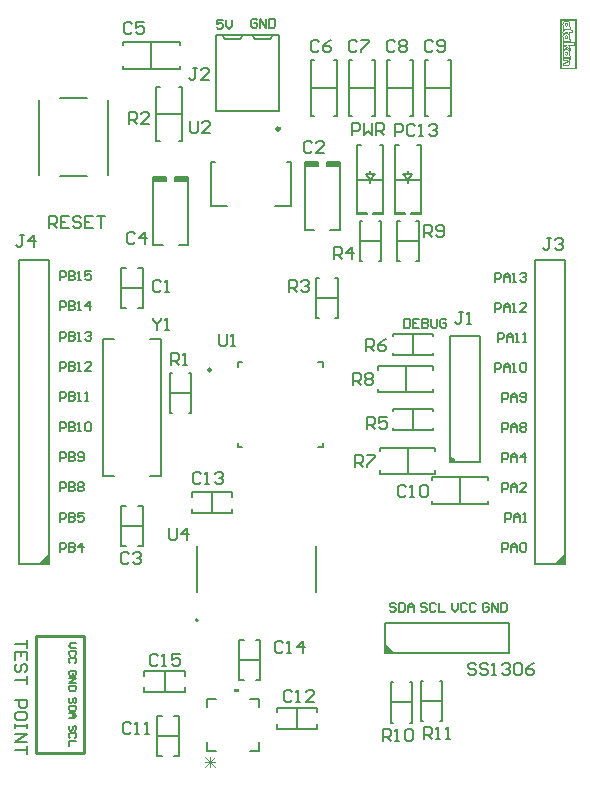
<source format=gto>
G04*
G04 #@! TF.GenerationSoftware,Altium Limited,Altium Designer,19.0.15 (446)*
G04*
G04 Layer_Color=65535*
%FSLAX25Y25*%
%MOIN*%
G70*
G01*
G75*
%ADD10C,0.00787*%
%ADD11C,0.00050*%
%ADD12C,0.01181*%
%ADD13C,0.00591*%
%ADD14C,0.01000*%
%ADD15C,0.00500*%
%ADD16C,0.00600*%
%ADD17C,0.00300*%
G36*
X129342Y302752D02*
Y306295D01*
X125799Y302752D01*
X129342D01*
D02*
G37*
G36*
X191180Y260097D02*
Y261097D01*
X192680D01*
Y260097D01*
X191180D01*
D02*
G37*
G36*
X241085Y273358D02*
X244628D01*
X241085Y276901D01*
Y273358D01*
D02*
G37*
G36*
X301242Y302752D02*
Y306295D01*
X297699Y302752D01*
X301242D01*
D02*
G37*
G36*
X168425Y431811D02*
X164094D01*
Y430630D01*
X168425D01*
Y431811D01*
D02*
G37*
G36*
X171498Y431791D02*
X175829D01*
Y430610D01*
X171498D01*
Y431791D01*
D02*
G37*
G36*
X218925Y436811D02*
X214595D01*
Y435630D01*
X218925D01*
Y436811D01*
D02*
G37*
G36*
X263100Y336976D02*
Y338315D01*
X263769D01*
X264557Y337528D01*
Y336976D01*
X263100D01*
D02*
G37*
G36*
X221998Y436791D02*
X226329D01*
Y435610D01*
X221998D01*
Y436791D01*
D02*
G37*
D10*
X264557Y336976D02*
G03*
X263218Y338315I-1339J0D01*
G01*
X179032Y284189D02*
G03*
X179032Y284189I-394J0D01*
G01*
X183358Y367571D02*
G03*
X183358Y367571I-591J0D01*
G01*
X263100Y338315D02*
X263218D01*
X263100Y336976D02*
Y379024D01*
X273100D01*
Y336976D02*
Y379024D01*
X263100Y336976D02*
X273100D01*
X184870Y453902D02*
X185264D01*
X184870D02*
Y479098D01*
X206130D01*
Y453902D02*
Y479098D01*
X185264Y453902D02*
X206130D01*
X188000Y478000D02*
X193000D01*
X194000Y479098D01*
X187000D02*
X188000Y478000D01*
X197000Y479098D02*
X198000Y478000D01*
X203000D02*
X204000Y479098D01*
X198000Y478000D02*
X203000D01*
X147453Y332311D02*
Y377783D01*
X166547Y332311D02*
Y377783D01*
X147453Y332311D02*
X151094D01*
X162906D02*
X166547D01*
X162906Y377783D02*
X166547D01*
X147453D02*
X151094D01*
X241203Y273200D02*
Y283200D01*
X282699D01*
Y273200D02*
Y283200D01*
X241203Y273200D02*
X282699D01*
X239845Y340550D02*
Y341731D01*
X257955D01*
Y340550D02*
Y341731D01*
Y333069D02*
Y334250D01*
X239845Y333069D02*
X257955D01*
X239845D02*
Y334250D01*
X248900Y333069D02*
Y341731D01*
X239139Y367573D02*
Y368755D01*
X257250D01*
Y367573D02*
Y368755D01*
Y360093D02*
Y361274D01*
X239139Y360093D02*
X257250D01*
X239139D02*
Y361274D01*
X248195Y360093D02*
Y368755D01*
X301400Y302870D02*
Y404405D01*
X291400D02*
X301400D01*
X291400Y302870D02*
Y404405D01*
Y302870D02*
X301400D01*
X172650Y462055D02*
X173831D01*
Y443945D02*
Y462055D01*
X172650Y443945D02*
X173831D01*
X165169D02*
X166350D01*
X165169D02*
Y462055D01*
X166350D01*
X165169Y453000D02*
X173831D01*
X126142Y432587D02*
Y457587D01*
X133142Y458087D02*
X142142D01*
X133142Y432087D02*
X142142D01*
X149142Y432587D02*
Y457587D01*
X175829Y430610D02*
Y431791D01*
X171498D02*
X175829D01*
X171498Y430610D02*
Y431791D01*
Y430610D02*
X175829D01*
Y409350D02*
Y430610D01*
X172679Y409350D02*
X175829D01*
X164094Y430630D02*
Y431811D01*
X168425D01*
Y430630D02*
Y431811D01*
X164094Y430630D02*
X168425D01*
X164094Y409370D02*
Y430630D01*
Y409370D02*
X167244D01*
X226329Y435610D02*
Y436791D01*
X221998D02*
X226329D01*
X221998Y435610D02*
Y436791D01*
Y435610D02*
X226329D01*
Y414350D02*
Y435610D01*
X223179Y414350D02*
X226329D01*
X214595Y435630D02*
Y436811D01*
X218925D01*
Y435630D02*
Y436811D01*
X214595Y435630D02*
X218925D01*
X214595Y414370D02*
Y435630D01*
Y414370D02*
X217744D01*
X129500Y302870D02*
Y404405D01*
X119500D02*
X129500D01*
X119500Y302870D02*
Y404405D01*
Y302870D02*
X129500D01*
D11*
X302944Y480032D02*
G03*
X302928Y479893I628J-139D01*
G01*
X302328Y479923D02*
G03*
X302310Y480051I-465J0D01*
G01*
X301488Y480065D02*
G03*
X301408Y480013I80J-212D01*
G01*
Y480013D02*
G03*
X301378Y479943I71J-71D01*
G01*
X300661Y480198D02*
G03*
X300685Y479923I950J-54D01*
G01*
X301465Y480911D02*
G03*
X301115Y480816I220J-1494D01*
G01*
X301362Y482708D02*
G03*
X301405Y482359I452J-122D01*
G01*
X301655Y483898D02*
G03*
X301040Y483604I138J-1080D01*
G01*
X302859Y483323D02*
G03*
X302357Y483786I-994J-575D01*
G01*
X303328Y480143D02*
G03*
X303096Y480135I0J-3597D01*
G01*
D02*
G03*
X302993Y480102I14J-221D01*
G01*
D02*
G03*
X302944Y480032I59J-95D01*
G01*
X302310Y480051D02*
G03*
X302255Y480114I-93J-27D01*
G01*
Y480114D02*
G03*
X302139Y480136I-110J-261D01*
G01*
D02*
G03*
X301853Y480123I154J-6858D01*
G01*
D02*
G03*
X301630Y480101I211J-3287D01*
G01*
D02*
G03*
X301488Y480065I84J-631D01*
G01*
X301893Y480943D02*
G03*
X301465Y480911I0J-2942D01*
G01*
X301893Y480943D02*
G03*
X302102Y480950I0J2967D01*
G01*
D02*
G03*
X302231Y480976I-35J502D01*
G01*
D02*
G03*
X302302Y481024I-55J160D01*
G01*
D02*
G03*
X302328Y481093I-77J69D01*
G01*
X302349Y481158D02*
G03*
X302328Y481093I94J-65D01*
G01*
X302403Y481205D02*
G03*
X302349Y481158I65J-130D01*
G01*
X302496Y481234D02*
G03*
X302403Y481205I40J-294D01*
G01*
X302628Y481243D02*
G03*
X302496Y481234I0J-987D01*
G01*
X302761D02*
G03*
X302628Y481243I-132J-978D01*
G01*
X302853Y481205D02*
G03*
X302761Y481234I-132J-265D01*
G01*
X302908Y481158D02*
G03*
X302853Y481205I-120J-83D01*
G01*
X302928Y481093D02*
G03*
X302908Y481158I-114J0D01*
G01*
X302928Y481093D02*
G03*
X302953Y481024I106J0D01*
G01*
X302954Y481024D02*
G03*
X303020Y480977I123J104D01*
G01*
Y480977D02*
G03*
X303140Y480951I155J414D01*
G01*
D02*
G03*
X303328Y480943I189J2324D01*
G01*
X302963Y482693D02*
G03*
X302859Y483323I-885J178D01*
G01*
X302963Y482693D02*
G03*
X302941Y482542I1383J-278D01*
G01*
D02*
G03*
X302926Y482327I5381J-488D01*
G01*
D02*
G03*
X302919Y482091I5982J-302D01*
G01*
D02*
G03*
X302921Y481868I4775J-53D01*
G01*
X302084Y482998D02*
G03*
X301926Y483092I-1079J-1647D01*
G01*
Y483092D02*
G03*
X301829Y483116I-98J-184D01*
G01*
D02*
G03*
X301731Y483092I-0J-209D01*
G01*
Y483092D02*
G03*
X301572Y482998I920J-1740D01*
G01*
Y482998D02*
G03*
X301362Y482708I276J-422D01*
G01*
X301405Y482359D02*
G03*
X301676Y482142I398J221D01*
G01*
D02*
G03*
X302029Y482174I136J470D01*
G01*
D02*
G03*
X302231Y482342I-251J506D01*
G01*
D02*
G03*
X302316Y482571I-345J258D01*
G01*
X302316D02*
G03*
X302262Y482808I-425J28D01*
G01*
X302262D02*
G03*
X302084Y482998I-478J-269D01*
G01*
X302357Y483786D02*
G03*
X301655Y483898I-542J-1144D01*
G01*
X301040Y483604D02*
G03*
X300810Y483326I1089J-1137D01*
G01*
X300861Y480664D02*
G03*
X300717Y480463I309J-372D01*
G01*
X300785Y482119D02*
G03*
X300756Y482025I581J-234D01*
G01*
X300821Y482143D02*
G03*
X300785Y482119I0J-39D01*
G01*
X300821Y482143D02*
G03*
X300845Y482165I0J24D01*
G01*
X300842Y482231D02*
G03*
X300814Y482328I-552J-106D01*
G01*
D02*
G03*
X300763Y482444I-1263J-489D01*
G01*
X300810Y483326D02*
G03*
X300685Y483036I775J-504D01*
G01*
X301115Y480816D02*
G03*
X300861Y480664I368J-902D01*
G01*
X300845Y482165D02*
G03*
X300842Y482231I-234J22D01*
G01*
X300717Y480463D02*
G03*
X300661Y480198I829J-315D01*
G01*
X300735Y481896D02*
G03*
X300729Y481743I1757J-153D01*
G01*
X300756Y482025D02*
G03*
X300735Y481896I912J-211D01*
G01*
X300671Y482740D02*
G03*
X300763Y482444I953J133D01*
G01*
X300685Y483036D02*
G03*
X300671Y482740I777J-186D01*
G01*
X301218Y479553D02*
G03*
X301040Y479404I1013J-1393D01*
G01*
X301943Y474372D02*
G03*
X301180Y474180I-87J-1268D01*
G01*
X301448Y473423D02*
G03*
X301333Y473178I283J-283D01*
G01*
D02*
G03*
X301381Y472877I610J-58D01*
G01*
X301362Y478508D02*
G03*
X301405Y478159I452J-122D01*
G01*
X301378Y479638D02*
G03*
X301218Y479553I221J-609D01*
G01*
X301344Y479833D02*
G03*
X301378Y479943I-158J110D01*
G01*
X301247Y479741D02*
G03*
X301344Y479833I-177J282D01*
G01*
X302866Y475265D02*
G03*
X302762Y475436I-646J-274D01*
G01*
X302914Y475076D02*
G03*
X302866Y475265I-650J-66D01*
G01*
X302928Y474790D02*
G03*
X302914Y475076I-2841J-0D01*
G01*
X302884Y472890D02*
G03*
X302835Y472757I1482J-619D01*
G01*
D02*
G03*
X302809Y472645I667J-212D01*
G01*
D02*
G03*
X302807Y472567I327J-47D01*
G01*
X302807D02*
G03*
X302834Y472543I26J2D01*
G01*
X302870Y472520D02*
G03*
X302834Y472543I-37J-18D01*
G01*
X302901Y472440D02*
G03*
X302870Y472520I-423J-115D01*
G01*
X302922Y472327D02*
G03*
X302901Y472440I-706J-73D01*
G01*
X302928Y472193D02*
G03*
X302922Y472327I-1311J-0D01*
G01*
X302654Y474071D02*
G03*
X301943Y474372I-793J-881D01*
G01*
X302879Y473812D02*
G03*
X302654Y474071I-1163J-784D01*
G01*
X302990Y473544D02*
G03*
X302879Y473812I-714J-139D01*
G01*
X302991Y473244D02*
G03*
X302990Y473544I-775J149D01*
G01*
X302884Y472890D02*
G03*
X302991Y473244I-1665J696D01*
G01*
X302208Y473423D02*
G03*
X302144Y473469I-171J-171D01*
G01*
D02*
G03*
X302047Y473508I-306J-625D01*
G01*
D02*
G03*
X301937Y473534I-240J-759D01*
G01*
D02*
G03*
X301829Y473543I-108J-659D01*
G01*
X301829D02*
G03*
X301720Y473534I0J-668D01*
G01*
D02*
G03*
X301610Y473508I129J-786D01*
G01*
D02*
G03*
X301513Y473469I210J-664D01*
G01*
D02*
G03*
X301448Y473423I106J-217D01*
G01*
X301381Y472877D02*
G03*
X301568Y472633I575J248D01*
G01*
D02*
G03*
X301829Y472543I261J331D01*
G01*
D02*
G03*
X302089Y472633I0J421D01*
G01*
D02*
G03*
X302276Y472877I-388J492D01*
G01*
D02*
G03*
X302324Y473178I-563J243D01*
G01*
D02*
G03*
X302208Y473423I-398J-38D01*
G01*
X302762Y475436D02*
G03*
X302558Y475664I-2740J-2249D01*
G01*
X302809Y479187D02*
G03*
X302677Y479344I-1263J-927D01*
G01*
X302894Y479039D02*
G03*
X302809Y479187I-711J-311D01*
G01*
X302940Y478887D02*
G03*
X302894Y479039I-642J-108D01*
G01*
X302950Y478719D02*
G03*
X302940Y478887I-812J32D01*
G01*
X302950Y478719D02*
G03*
X302945Y478552I9211J-366D01*
G01*
X302945D02*
G03*
X302941Y478305I41569J-893D01*
G01*
D02*
G03*
X302937Y478031I46351J-721D01*
G01*
D02*
G03*
X302936Y477768I39450J-382D01*
G01*
X302084Y478798D02*
G03*
X301926Y478892I-1079J-1647D01*
G01*
Y478892D02*
G03*
X301829Y478916I-98J-184D01*
G01*
D02*
G03*
X301731Y478892I-0J-209D01*
G01*
Y478892D02*
G03*
X301572Y478798I920J-1740D01*
G01*
Y478798D02*
G03*
X301362Y478508I276J-422D01*
G01*
X301405Y478159D02*
G03*
X301676Y477942I398J221D01*
G01*
D02*
G03*
X302029Y477974I136J470D01*
G01*
D02*
G03*
X302231Y478142I-251J506D01*
G01*
D02*
G03*
X302316Y478371I-345J258D01*
G01*
X302316D02*
G03*
X302262Y478608I-425J28D01*
G01*
X302262D02*
G03*
X302084Y478798I-478J-269D01*
G01*
X300911Y475354D02*
G03*
X300797Y475175I579J-496D01*
G01*
X301180Y474180D02*
G03*
X300720Y473595I588J-935D01*
G01*
X300797Y475175D02*
G03*
X300744Y474984I564J-258D01*
G01*
X300789Y472520D02*
G03*
X300757Y472440I372J-193D01*
G01*
X300827Y472543D02*
G03*
X300789Y472520I0J-43D01*
G01*
X300827Y472543D02*
G03*
X300853Y472567I0J26D01*
G01*
X300849Y472643D02*
G03*
X300818Y472752I-656J-123D01*
G01*
X300818D02*
G03*
X300763Y472882I-1482J-550D01*
G01*
X301040Y479404D02*
G03*
X300810Y479126I1089J-1137D01*
G01*
X300785Y477919D02*
G03*
X300756Y477825I581J-234D01*
G01*
X300821Y477943D02*
G03*
X300785Y477919I0J-39D01*
G01*
X300821Y477943D02*
G03*
X300845Y477965I0J24D01*
G01*
X300842Y478031D02*
G03*
X300814Y478128I-552J-106D01*
G01*
D02*
G03*
X300763Y478244I-1263J-489D01*
G01*
X300810Y479126D02*
G03*
X300685Y478836I775J-504D01*
G01*
X301149Y475614D02*
G03*
X300911Y475354I3706J-3637D01*
G01*
X300853Y472567D02*
G03*
X300849Y472643I-293J21D01*
G01*
X300744Y474984D02*
G03*
X300729Y474692I2712J-291D01*
G01*
X300736Y472327D02*
G03*
X300729Y472193I1257J-134D01*
G01*
X300757Y472440D02*
G03*
X300736Y472327I662J-186D01*
G01*
X300720Y473595D02*
G03*
X300763Y472882I904J-302D01*
G01*
X300845Y477965D02*
G03*
X300842Y478031I-234J22D01*
G01*
X300735Y477696D02*
G03*
X300729Y477543I1757J-153D01*
G01*
X300756Y477825D02*
G03*
X300735Y477696I912J-211D01*
G01*
X300671Y478541D02*
G03*
X300763Y478244I953J133D01*
G01*
X300685Y478836D02*
G03*
X300671Y478541I777J-186D01*
G01*
X302917Y479764D02*
G03*
X302928Y479893I-692J129D01*
G01*
X302877Y479691D02*
G03*
X302917Y479764I-90J97D01*
G01*
X302799Y479654D02*
G03*
X302877Y479691I-22J145D01*
G01*
X302660Y479643D02*
G03*
X302799Y479654I0J908D01*
G01*
X301565Y479680D02*
G03*
X301378Y479638I71J-753D01*
G01*
X301835Y479693D02*
G03*
X301565Y479680I0J-2858D01*
G01*
X301835Y479693D02*
G03*
X302127Y479699I-0J6640D01*
G01*
D02*
G03*
X302250Y479730I-14J325D01*
G01*
X302250D02*
G03*
X302309Y479797I-47J101D01*
G01*
X302309D02*
G03*
X302328Y479923I-398J127D01*
G01*
X300776Y479718D02*
G03*
X300911Y479650I129J88D01*
G01*
D02*
G03*
X301098Y479677I-39J925D01*
G01*
D02*
G03*
X301247Y479741I-126J504D01*
G01*
X300685Y479923D02*
G03*
X300776Y479718I603J144D01*
G01*
X302510Y469205D02*
G03*
X302631Y469244I-52J362D01*
G01*
X302245Y469173D02*
G03*
X302510Y469205I-546J5641D01*
G01*
X301927Y469150D02*
G03*
X302245Y469173I-261J6008D01*
G01*
X301585Y469143D02*
G03*
X301927Y469150I-0J7889D01*
G01*
X302711Y469309D02*
G03*
X302795Y469425I-752J632D01*
G01*
X302631Y469244D02*
G03*
X302711Y469309I-128J240D01*
G01*
X302870Y469569D02*
G03*
X302923Y469719I-1021J449D01*
G01*
X302795Y469425D02*
G03*
X302870Y469569I-997J614D01*
G01*
X301493Y469964D02*
G03*
X301878Y469986I-372J9746D01*
G01*
Y469986D02*
G03*
X302118Y470023I-129J1658D01*
G01*
Y470022D02*
G03*
X302272Y470078I-148J649D01*
G01*
Y470078D02*
G03*
X302364Y470162I-106J208D01*
G01*
D02*
G03*
X302405Y470255I-302J190D01*
G01*
X302405D02*
G03*
X302408Y470339I-169J48D01*
G01*
X302408D02*
G03*
X302370Y470428I-245J-52D01*
G01*
D02*
G03*
X302284Y470537I-837J-570D01*
G01*
D02*
G03*
X302156Y470642I-410J-371D01*
G01*
D02*
G03*
X302002Y470704I-279J-472D01*
G01*
D02*
G03*
X301781Y470735I-276J-1167D01*
G01*
D02*
G03*
X301413Y470743I-368J-8060D01*
G01*
X302922Y470990D02*
G03*
X302928Y471143I-1724J153D01*
G01*
X302901Y470860D02*
G03*
X302922Y470990I-896J211D01*
G01*
X302871Y470767D02*
G03*
X302901Y470860I-563J233D01*
G01*
X302834Y470743D02*
G03*
X302871Y470767I0J40D01*
G01*
X302834Y470743D02*
G03*
X302810Y470722I0J-25D01*
G01*
D02*
G03*
X302810Y470662I175J-28D01*
G01*
D02*
G03*
X302835Y470573I453J81D01*
G01*
X302835D02*
G03*
X302884Y470468I1055J420D01*
G01*
X302990Y470253D02*
G03*
X302884Y470468I-4492J-2073D01*
G01*
X303016Y470145D02*
G03*
X302990Y470253I-294J-16D01*
G01*
X303005Y470025D02*
G03*
X303016Y470145I-389J98D01*
G01*
X302923Y469719D02*
G03*
X303005Y470025I-12676J3520D01*
G01*
X302328Y484543D02*
X304928D01*
X302379Y484343D02*
X304729D01*
X302578Y476843D02*
X304429D01*
X303308Y476043D02*
X304429D01*
X302354Y468166D02*
X304928Y468140D01*
X302379Y468343D02*
X304729D01*
X304928Y476341D02*
Y484543D01*
X304729Y476343D02*
Y484343D01*
X299727Y484543D02*
X299753Y476368D01*
X300028Y476343D02*
Y484343D01*
X304928Y468140D02*
Y476341D01*
X304729Y468343D02*
Y476343D01*
X299753Y476368D02*
X299779Y468193D01*
X300028Y468343D02*
Y476343D01*
X302928Y471843D02*
Y472193D01*
X300729Y471843D02*
Y472193D01*
X304429Y476443D02*
Y476843D01*
Y476043D02*
Y476443D01*
X300729Y481343D02*
X301834D01*
X299727Y484543D02*
X302328D01*
X300028Y484343D02*
X302379D01*
X303328Y480943D02*
X303729D01*
Y480543D02*
Y480943D01*
Y480143D02*
Y480543D01*
X303328Y480143D02*
X303729D01*
X302921Y481868D02*
X302940Y481343D01*
X301834D02*
X302940D01*
X300729D02*
Y481743D01*
X302391Y479643D02*
X302677Y479344D01*
X300729Y474199D02*
X301306Y474770D01*
X300729Y476843D02*
X302578D01*
X300729Y477143D02*
X301831D01*
X301306Y474770D02*
X301883Y475341D01*
X301149Y475614D02*
X301570Y476043D01*
X301149D02*
X301570D01*
X302934Y477143D02*
X302936Y477768D01*
X301883Y475341D02*
X302406Y474818D01*
X302928Y474295D02*
Y474790D01*
X302406Y474818D02*
X302928Y474295D01*
X302188Y476043D02*
X303308D01*
X302188D02*
X302558Y475664D01*
X301831Y477143D02*
X302934D01*
X300729D02*
Y477543D01*
Y476043D02*
X301149D01*
X300729Y474199D02*
Y474692D01*
Y476043D02*
Y476443D01*
Y476843D01*
X302391Y479643D02*
X302660D01*
X302928Y471143D02*
Y471543D01*
X300729Y471143D02*
Y471543D01*
X299779Y468193D02*
X302354Y468166D01*
X300028Y468343D02*
X302379D01*
X300729Y469143D02*
X301585D01*
X300729Y469935D02*
X301493Y469964D01*
X300729Y470743D02*
X301413D01*
X300729Y471843D02*
X301829D01*
X300729Y471543D02*
X301829D01*
X300729Y469143D02*
Y469539D01*
Y469935D01*
Y470743D02*
Y471143D01*
X301829Y471843D02*
X302928D01*
X301829Y471543D02*
X302928D01*
D12*
X206122Y448004D02*
G03*
X206122Y448004I-394J0D01*
G01*
D13*
X153457Y388197D02*
X155032D01*
X153457D02*
Y401583D01*
X155032D01*
X158968D02*
X160543D01*
Y388197D02*
Y401583D01*
X158968Y388197D02*
X160543D01*
X153457Y394890D02*
X160543D01*
X170968Y252193D02*
X172543D01*
Y238807D02*
Y252193D01*
X170968Y238807D02*
X172543D01*
X165457D02*
X167032D01*
X165457D02*
Y252193D01*
X167032D01*
X165457Y245500D02*
X172543D01*
X192697Y271000D02*
X199784D01*
X198209Y264307D02*
X199784D01*
Y277693D01*
X198209D02*
X199784D01*
X192697D02*
X194272D01*
X192697Y264307D02*
Y277693D01*
Y264307D02*
X194272D01*
X167850Y260197D02*
Y267284D01*
X174543Y265709D02*
Y267284D01*
X161158D02*
X174543D01*
X161158Y265709D02*
Y267284D01*
Y260197D02*
Y261772D01*
Y260197D02*
X174543D01*
Y261772D01*
X224803Y398138D02*
X225590D01*
Y384752D02*
Y398138D01*
X224803Y384752D02*
X225590D01*
X218504Y398138D02*
X219291D01*
X218504Y384752D02*
Y398138D01*
Y384752D02*
X219291D01*
X218504Y391445D02*
X225590D01*
X243962Y353832D02*
Y354619D01*
X257348D01*
Y353832D02*
Y354619D01*
X243962Y347533D02*
Y348320D01*
Y347533D02*
X257348D01*
Y348320D01*
X250655Y347533D02*
Y354619D01*
X243962Y378756D02*
Y379543D01*
X257348D01*
Y378756D02*
Y379543D01*
X243962Y372457D02*
Y373244D01*
Y372457D02*
X257348D01*
Y373244D01*
X250655Y372457D02*
Y379543D01*
X257041Y323071D02*
Y324055D01*
Y323071D02*
X275742D01*
Y324055D01*
Y330945D02*
Y331929D01*
X257041D02*
X275742D01*
X257041Y330945D02*
Y331929D01*
X266391Y323071D02*
Y331929D01*
X153457Y315650D02*
X160543D01*
X153457Y322342D02*
X155032D01*
X153457Y308957D02*
Y322342D01*
Y308957D02*
X155032D01*
X158968D02*
X160543D01*
Y322342D01*
X158968D02*
X160543D01*
X251756Y417248D02*
X252543D01*
Y403862D02*
Y417248D01*
X251756Y403862D02*
X252543D01*
X245457Y417248D02*
X246244D01*
X245457Y403862D02*
Y417248D01*
Y403862D02*
X246244D01*
X245457Y410555D02*
X252543D01*
X239256Y417248D02*
X240043D01*
Y403862D02*
Y417248D01*
X239256Y403862D02*
X240043D01*
X232957Y417248D02*
X233744D01*
X232957Y403862D02*
Y417248D01*
Y403862D02*
X233744D01*
X232957Y410555D02*
X240043D01*
X237500Y419500D02*
Y420000D01*
Y419500D02*
X240831D01*
Y420000D01*
X235500Y419500D02*
Y420000D01*
X232169Y419500D02*
X235500D01*
X232169D02*
Y420000D01*
X235000Y433000D02*
X238000D01*
X236500D02*
Y434000D01*
Y430000D02*
Y431000D01*
X235000Y433000D02*
X236500Y431000D01*
X238000Y433000D01*
X232169Y431000D02*
X240831D01*
X232169Y442500D02*
X233350D01*
X232169Y420000D02*
Y442500D01*
Y420000D02*
X235500D01*
X237500D02*
X240831D01*
Y442500D01*
X239650D02*
X240831D01*
X250000Y419413D02*
Y419913D01*
Y419413D02*
X253331D01*
Y419913D01*
X248000Y419413D02*
Y419913D01*
X244669Y419413D02*
X248000D01*
X244669D02*
Y419913D01*
X247500Y432913D02*
X250500D01*
X249000D02*
Y433913D01*
Y429913D02*
Y430913D01*
X247500Y432913D02*
X249000Y430913D01*
X250500Y432913D01*
X244669Y430913D02*
X253331D01*
X244669Y442413D02*
X245850D01*
X244669Y419913D02*
Y442413D01*
Y419913D02*
X248000D01*
X250000D02*
X253331D01*
Y442413D01*
X252150D02*
X253331D01*
X212150Y247957D02*
Y255043D01*
X205457Y247957D02*
Y249532D01*
Y247957D02*
X218843D01*
Y249532D01*
Y253468D02*
Y255043D01*
X205457D02*
X218843D01*
X205457Y253468D02*
Y255043D01*
X253246Y250507D02*
X254034D01*
X253246D02*
Y263893D01*
X254034D01*
X259546Y250507D02*
X260333D01*
Y263893D01*
X259546D02*
X260333D01*
X253246Y257200D02*
X260333D01*
X243290Y250062D02*
X244077D01*
X243290D02*
Y263448D01*
X244077D01*
X249589Y250062D02*
X250376D01*
Y263448D01*
X249589D02*
X250376D01*
X243290Y256755D02*
X250376D01*
X169657Y353207D02*
X170444D01*
X169657D02*
Y366593D01*
X170444D01*
X175956Y353207D02*
X176743D01*
Y366593D01*
X175956D02*
X176743D01*
X169657Y359900D02*
X176743D01*
X172850Y475945D02*
Y476929D01*
X154150D02*
X172850D01*
X154150Y475945D02*
Y476929D01*
Y468071D02*
Y469055D01*
Y468071D02*
X172850D01*
Y469055D01*
X163500Y468071D02*
Y476929D01*
X254571Y470850D02*
X255555D01*
X254571Y452150D02*
Y470850D01*
Y452150D02*
X255555D01*
X262445D02*
X263429D01*
Y470850D01*
X262445D02*
X263429D01*
X254571Y461500D02*
X263429D01*
X241904Y470850D02*
X242888D01*
X241904Y452150D02*
Y470850D01*
Y452150D02*
X242888D01*
X249778D02*
X250762D01*
Y470850D01*
X249778D02*
X250762D01*
X241904Y461500D02*
X250762D01*
X229238Y470850D02*
X230222D01*
X229238Y452150D02*
Y470850D01*
Y452150D02*
X230222D01*
X237111D02*
X238096D01*
Y470850D01*
X237111D02*
X238096D01*
X229238Y461500D02*
X238096D01*
X216571Y470850D02*
X217555D01*
X216571Y452150D02*
Y470850D01*
Y452150D02*
X217555D01*
X224445D02*
X225429D01*
Y470850D01*
X224445D02*
X225429D01*
X216571Y461500D02*
X225429D01*
X183696Y319820D02*
Y326907D01*
X177004Y319820D02*
Y321395D01*
Y319820D02*
X190389D01*
Y321395D01*
Y325332D02*
Y326907D01*
X177004D02*
X190389D01*
X177004Y325332D02*
Y326907D01*
D14*
X125000Y240000D02*
Y240500D01*
Y240000D02*
X141000D01*
Y267000D02*
Y279000D01*
X125000D02*
X141000D01*
X125000Y240500D02*
Y279000D01*
X141000Y240000D02*
Y267000D01*
D15*
X218441Y293657D02*
Y309012D01*
X178559Y293657D02*
Y309012D01*
X192217Y370130D02*
X193752D01*
X192217Y368595D02*
Y370130D01*
Y341783D02*
Y343319D01*
Y341783D02*
X193752D01*
X219028D02*
X220563D01*
Y343319D01*
Y368595D02*
Y370130D01*
X219028D02*
X220563D01*
X204744Y422200D02*
X209862D01*
Y436800D01*
X208681D02*
X209862D01*
X183484Y422200D02*
X188602D01*
X183484Y436800D02*
X184665D01*
X183484Y422200D02*
Y436800D01*
X247800Y384599D02*
Y381600D01*
X249300D01*
X249799Y382100D01*
Y384099D01*
X249300Y384599D01*
X247800D01*
X252798D02*
X250799D01*
Y381600D01*
X252798D01*
X250799Y383100D02*
X251799D01*
X253798Y384599D02*
Y381600D01*
X255298D01*
X255797Y382100D01*
Y382600D01*
X255298Y383100D01*
X253798D01*
X255298D01*
X255797Y383599D01*
Y384099D01*
X255298Y384599D01*
X253798D01*
X256797D02*
Y382100D01*
X257297Y381600D01*
X258297D01*
X258796Y382100D01*
Y384599D01*
X261795Y384099D02*
X261296Y384599D01*
X260296D01*
X259796Y384099D01*
Y382100D01*
X260296Y381600D01*
X261296D01*
X261795Y382100D01*
Y383100D01*
X260796D01*
X198699Y484099D02*
X198199Y484599D01*
X197200D01*
X196700Y484099D01*
Y482100D01*
X197200Y481600D01*
X198199D01*
X198699Y482100D01*
Y483100D01*
X197700D01*
X199699Y481600D02*
Y484599D01*
X201698Y481600D01*
Y484599D01*
X202698D02*
Y481600D01*
X204198D01*
X204697Y482100D01*
Y484099D01*
X204198Y484599D01*
X202698D01*
X187263Y484299D02*
X185264D01*
Y482799D01*
X186264Y483299D01*
X186763D01*
X187263Y482799D01*
Y481800D01*
X186763Y481300D01*
X185764D01*
X185264Y481800D01*
X188263Y484299D02*
Y482300D01*
X189262Y481300D01*
X190262Y482300D01*
Y484299D01*
X133000Y397500D02*
Y400499D01*
X134500D01*
X134999Y399999D01*
Y399000D01*
X134500Y398500D01*
X133000D01*
X135999Y400499D02*
Y397500D01*
X137499D01*
X137998Y398000D01*
Y398500D01*
X137499Y399000D01*
X135999D01*
X137499D01*
X137998Y399499D01*
Y399999D01*
X137499Y400499D01*
X135999D01*
X138998Y397500D02*
X139998D01*
X139498D01*
Y400499D01*
X138998Y399999D01*
X143497Y400499D02*
X141497D01*
Y399000D01*
X142497Y399499D01*
X142997D01*
X143497Y399000D01*
Y398000D01*
X142997Y397500D01*
X141997D01*
X141497Y398000D01*
X133000Y307000D02*
Y309999D01*
X134500D01*
X134999Y309499D01*
Y308500D01*
X134500Y308000D01*
X133000D01*
X135999Y309999D02*
Y307000D01*
X137499D01*
X137998Y307500D01*
Y308000D01*
X137499Y308500D01*
X135999D01*
X137499D01*
X137998Y308999D01*
Y309499D01*
X137499Y309999D01*
X135999D01*
X140498Y307000D02*
Y309999D01*
X138998Y308500D01*
X140997D01*
X133000Y317056D02*
Y320055D01*
X134500D01*
X134999Y319555D01*
Y318555D01*
X134500Y318055D01*
X133000D01*
X135999Y320055D02*
Y317056D01*
X137499D01*
X137998Y317555D01*
Y318055D01*
X137499Y318555D01*
X135999D01*
X137499D01*
X137998Y319055D01*
Y319555D01*
X137499Y320055D01*
X135999D01*
X140997D02*
X138998D01*
Y318555D01*
X139998Y319055D01*
X140498D01*
X140997Y318555D01*
Y317555D01*
X140498Y317056D01*
X139498D01*
X138998Y317555D01*
X133000Y327111D02*
Y330110D01*
X134500D01*
X134999Y329610D01*
Y328611D01*
X134500Y328111D01*
X133000D01*
X135999Y330110D02*
Y327111D01*
X137499D01*
X137998Y327611D01*
Y328111D01*
X137499Y328611D01*
X135999D01*
X137499D01*
X137998Y329110D01*
Y329610D01*
X137499Y330110D01*
X135999D01*
X138998Y329610D02*
X139498Y330110D01*
X140498D01*
X140997Y329610D01*
Y329110D01*
X140498Y328611D01*
X140997Y328111D01*
Y327611D01*
X140498Y327111D01*
X139498D01*
X138998Y327611D01*
Y328111D01*
X139498Y328611D01*
X138998Y329110D01*
Y329610D01*
X139498Y328611D02*
X140498D01*
X133000Y337167D02*
Y340166D01*
X134500D01*
X134999Y339666D01*
Y338666D01*
X134500Y338166D01*
X133000D01*
X135999Y340166D02*
Y337167D01*
X137499D01*
X137998Y337667D01*
Y338166D01*
X137499Y338666D01*
X135999D01*
X137499D01*
X137998Y339166D01*
Y339666D01*
X137499Y340166D01*
X135999D01*
X138998Y337667D02*
X139498Y337167D01*
X140498D01*
X140997Y337667D01*
Y339666D01*
X140498Y340166D01*
X139498D01*
X138998Y339666D01*
Y339166D01*
X139498Y338666D01*
X140997D01*
X133000Y347222D02*
Y350221D01*
X134500D01*
X134999Y349721D01*
Y348722D01*
X134500Y348222D01*
X133000D01*
X135999Y350221D02*
Y347222D01*
X137499D01*
X137998Y347722D01*
Y348222D01*
X137499Y348722D01*
X135999D01*
X137499D01*
X137998Y349221D01*
Y349721D01*
X137499Y350221D01*
X135999D01*
X138998Y347222D02*
X139998D01*
X139498D01*
Y350221D01*
X138998Y349721D01*
X141497D02*
X141997Y350221D01*
X142997D01*
X143497Y349721D01*
Y347722D01*
X142997Y347222D01*
X141997D01*
X141497Y347722D01*
Y349721D01*
X133000Y357278D02*
Y360277D01*
X134500D01*
X134999Y359777D01*
Y358777D01*
X134500Y358277D01*
X133000D01*
X135999Y360277D02*
Y357278D01*
X137499D01*
X137998Y357778D01*
Y358277D01*
X137499Y358777D01*
X135999D01*
X137499D01*
X137998Y359277D01*
Y359777D01*
X137499Y360277D01*
X135999D01*
X138998Y357278D02*
X139998D01*
X139498D01*
Y360277D01*
X138998Y359777D01*
X141497Y357278D02*
X142497D01*
X141997D01*
Y360277D01*
X141497Y359777D01*
X133000Y367333D02*
Y370332D01*
X134500D01*
X134999Y369832D01*
Y368833D01*
X134500Y368333D01*
X133000D01*
X135999Y370332D02*
Y367333D01*
X137499D01*
X137998Y367833D01*
Y368333D01*
X137499Y368833D01*
X135999D01*
X137499D01*
X137998Y369333D01*
Y369832D01*
X137499Y370332D01*
X135999D01*
X138998Y367333D02*
X139998D01*
X139498D01*
Y370332D01*
X138998Y369832D01*
X143497Y367333D02*
X141497D01*
X143497Y369333D01*
Y369832D01*
X142997Y370332D01*
X141997D01*
X141497Y369832D01*
X133000Y377389D02*
Y380388D01*
X134500D01*
X134999Y379888D01*
Y378888D01*
X134500Y378389D01*
X133000D01*
X135999Y380388D02*
Y377389D01*
X137499D01*
X137998Y377889D01*
Y378389D01*
X137499Y378888D01*
X135999D01*
X137499D01*
X137998Y379388D01*
Y379888D01*
X137499Y380388D01*
X135999D01*
X138998Y377389D02*
X139998D01*
X139498D01*
Y380388D01*
X138998Y379888D01*
X141497D02*
X141997Y380388D01*
X142997D01*
X143497Y379888D01*
Y379388D01*
X142997Y378888D01*
X142497D01*
X142997D01*
X143497Y378389D01*
Y377889D01*
X142997Y377389D01*
X141997D01*
X141497Y377889D01*
X133000Y387444D02*
Y390443D01*
X134500D01*
X134999Y389944D01*
Y388944D01*
X134500Y388444D01*
X133000D01*
X135999Y390443D02*
Y387444D01*
X137499D01*
X137998Y387944D01*
Y388444D01*
X137499Y388944D01*
X135999D01*
X137499D01*
X137998Y389444D01*
Y389944D01*
X137499Y390443D01*
X135999D01*
X138998Y387444D02*
X139998D01*
X139498D01*
Y390443D01*
X138998Y389944D01*
X142997Y387444D02*
Y390443D01*
X141497Y388944D01*
X143497D01*
X280500Y307000D02*
Y309999D01*
X281999D01*
X282499Y309499D01*
Y308500D01*
X281999Y308000D01*
X280500D01*
X283499Y307000D02*
Y308999D01*
X284499Y309999D01*
X285498Y308999D01*
Y307000D01*
Y308500D01*
X283499D01*
X286498Y309499D02*
X286998Y309999D01*
X287998D01*
X288497Y309499D01*
Y307500D01*
X287998Y307000D01*
X286998D01*
X286498Y307500D01*
Y309499D01*
X281500Y317000D02*
Y319999D01*
X282999D01*
X283499Y319499D01*
Y318499D01*
X282999Y318000D01*
X281500D01*
X284499Y317000D02*
Y318999D01*
X285498Y319999D01*
X286498Y318999D01*
Y317000D01*
Y318499D01*
X284499D01*
X287498Y317000D02*
X288497D01*
X287998D01*
Y319999D01*
X287498Y319499D01*
X280500Y327000D02*
Y329999D01*
X281999D01*
X282499Y329499D01*
Y328500D01*
X281999Y328000D01*
X280500D01*
X283499Y327000D02*
Y328999D01*
X284499Y329999D01*
X285498Y328999D01*
Y327000D01*
Y328500D01*
X283499D01*
X288497Y327000D02*
X286498D01*
X288497Y328999D01*
Y329499D01*
X287998Y329999D01*
X286998D01*
X286498Y329499D01*
X280500Y337000D02*
Y339999D01*
X281999D01*
X282499Y339499D01*
Y338499D01*
X281999Y338000D01*
X280500D01*
X283499Y337000D02*
Y338999D01*
X284499Y339999D01*
X285498Y338999D01*
Y337000D01*
Y338499D01*
X283499D01*
X287998Y337000D02*
Y339999D01*
X286498Y338499D01*
X288497D01*
X280500Y347000D02*
Y349999D01*
X281999D01*
X282499Y349499D01*
Y348499D01*
X281999Y348000D01*
X280500D01*
X283499Y347000D02*
Y348999D01*
X284499Y349999D01*
X285498Y348999D01*
Y347000D01*
Y348499D01*
X283499D01*
X286498Y349499D02*
X286998Y349999D01*
X287998D01*
X288497Y349499D01*
Y348999D01*
X287998Y348499D01*
X288497Y348000D01*
Y347500D01*
X287998Y347000D01*
X286998D01*
X286498Y347500D01*
Y348000D01*
X286998Y348499D01*
X286498Y348999D01*
Y349499D01*
X286998Y348499D02*
X287998D01*
X280500Y357000D02*
Y359999D01*
X281999D01*
X282499Y359499D01*
Y358500D01*
X281999Y358000D01*
X280500D01*
X283499Y357000D02*
Y358999D01*
X284499Y359999D01*
X285498Y358999D01*
Y357000D01*
Y358500D01*
X283499D01*
X286498Y357500D02*
X286998Y357000D01*
X287998D01*
X288497Y357500D01*
Y359499D01*
X287998Y359999D01*
X286998D01*
X286498Y359499D01*
Y358999D01*
X286998Y358500D01*
X288497D01*
X278001Y367000D02*
Y369999D01*
X279500D01*
X280000Y369499D01*
Y368499D01*
X279500Y368000D01*
X278001D01*
X281000Y367000D02*
Y368999D01*
X281999Y369999D01*
X282999Y368999D01*
Y367000D01*
Y368499D01*
X281000D01*
X283999Y367000D02*
X284998D01*
X284499D01*
Y369999D01*
X283999Y369499D01*
X286498D02*
X286998Y369999D01*
X287998D01*
X288497Y369499D01*
Y367500D01*
X287998Y367000D01*
X286998D01*
X286498Y367500D01*
Y369499D01*
X279000Y377000D02*
Y379999D01*
X280500D01*
X281000Y379499D01*
Y378500D01*
X280500Y378000D01*
X279000D01*
X281999Y377000D02*
Y378999D01*
X282999Y379999D01*
X283999Y378999D01*
Y377000D01*
Y378500D01*
X281999D01*
X284998Y377000D02*
X285998D01*
X285498D01*
Y379999D01*
X284998Y379499D01*
X287498Y377000D02*
X288497D01*
X287998D01*
Y379999D01*
X287498Y379499D01*
X278001Y387000D02*
Y389999D01*
X279500D01*
X280000Y389499D01*
Y388499D01*
X279500Y388000D01*
X278001D01*
X281000Y387000D02*
Y388999D01*
X281999Y389999D01*
X282999Y388999D01*
Y387000D01*
Y388499D01*
X281000D01*
X283999Y387000D02*
X284998D01*
X284499D01*
Y389999D01*
X283999Y389499D01*
X288497Y387000D02*
X286498D01*
X288497Y388999D01*
Y389499D01*
X287998Y389999D01*
X286998D01*
X286498Y389499D01*
X278001Y397000D02*
Y399999D01*
X279500D01*
X280000Y399499D01*
Y398499D01*
X279500Y398000D01*
X278001D01*
X281000Y397000D02*
Y398999D01*
X281999Y399999D01*
X282999Y398999D01*
Y397000D01*
Y398499D01*
X281000D01*
X283999Y397000D02*
X284998D01*
X284499D01*
Y399999D01*
X283999Y399499D01*
X286498D02*
X286998Y399999D01*
X287998D01*
X288497Y399499D01*
Y398999D01*
X287998Y398499D01*
X287498D01*
X287998D01*
X288497Y398000D01*
Y397500D01*
X287998Y397000D01*
X286998D01*
X286498Y397500D01*
X275999Y289499D02*
X275500Y289999D01*
X274500D01*
X274000Y289499D01*
Y287500D01*
X274500Y287000D01*
X275500D01*
X275999Y287500D01*
Y288499D01*
X275000D01*
X276999Y287000D02*
Y289999D01*
X278998Y287000D01*
Y289999D01*
X279998D02*
Y287000D01*
X281498D01*
X281997Y287500D01*
Y289499D01*
X281498Y289999D01*
X279998D01*
X255333Y289499D02*
X254833Y289999D01*
X253833D01*
X253333Y289499D01*
Y288999D01*
X253833Y288499D01*
X254833D01*
X255333Y288000D01*
Y287500D01*
X254833Y287000D01*
X253833D01*
X253333Y287500D01*
X258332Y289499D02*
X257832Y289999D01*
X256832D01*
X256332Y289499D01*
Y287500D01*
X256832Y287000D01*
X257832D01*
X258332Y287500D01*
X259331Y289999D02*
Y287000D01*
X261331D01*
X244999Y289499D02*
X244499Y289999D01*
X243500D01*
X243000Y289499D01*
Y288999D01*
X243500Y288499D01*
X244499D01*
X244999Y288000D01*
Y287500D01*
X244499Y287000D01*
X243500D01*
X243000Y287500D01*
X245999Y289999D02*
Y287000D01*
X247498D01*
X247998Y287500D01*
Y289499D01*
X247498Y289999D01*
X245999D01*
X248998Y287000D02*
Y288999D01*
X249998Y289999D01*
X250997Y288999D01*
Y287000D01*
Y288499D01*
X248998D01*
X263667Y289999D02*
Y288000D01*
X264666Y287000D01*
X265666Y288000D01*
Y289999D01*
X268665Y289499D02*
X268165Y289999D01*
X267165D01*
X266666Y289499D01*
Y287500D01*
X267165Y287000D01*
X268165D01*
X268665Y287500D01*
X271664Y289499D02*
X271164Y289999D01*
X270165D01*
X269665Y289499D01*
Y287500D01*
X270165Y287000D01*
X271164D01*
X271664Y287500D01*
X138083Y247377D02*
X138499Y247794D01*
Y248627D01*
X138083Y249043D01*
X137666D01*
X137250Y248627D01*
Y247794D01*
X136833Y247377D01*
X136416D01*
X136000Y247794D01*
Y248627D01*
X136416Y249043D01*
X138083Y244878D02*
X138499Y245294D01*
Y246128D01*
X138083Y246544D01*
X136416D01*
X136000Y246128D01*
Y245294D01*
X136416Y244878D01*
X138499Y244045D02*
X136000D01*
Y242379D01*
X138083Y256544D02*
X138499Y256960D01*
Y257793D01*
X138083Y258210D01*
X137666D01*
X137250Y257793D01*
Y256960D01*
X136833Y256544D01*
X136416D01*
X136000Y256960D01*
Y257793D01*
X136416Y258210D01*
X138499Y255711D02*
X136000D01*
Y254461D01*
X136416Y254045D01*
X138083D01*
X138499Y254461D01*
Y255711D01*
X136000Y253212D02*
X137666D01*
X138499Y252379D01*
X137666Y251546D01*
X136000D01*
X137250D01*
Y253212D01*
X138083Y265710D02*
X138499Y266127D01*
Y266960D01*
X138083Y267377D01*
X136416D01*
X136000Y266960D01*
Y266127D01*
X136416Y265710D01*
X137250D01*
Y266544D01*
X136000Y264877D02*
X138499D01*
X136000Y263211D01*
X138499D01*
Y262378D02*
X136000D01*
Y261129D01*
X136416Y260712D01*
X138083D01*
X138499Y261129D01*
Y262378D01*
Y276543D02*
X136833D01*
X136000Y275710D01*
X136833Y274877D01*
X138499D01*
X138083Y272378D02*
X138499Y272795D01*
Y273628D01*
X138083Y274044D01*
X136416D01*
X136000Y273628D01*
Y272795D01*
X136416Y272378D01*
X138083Y269879D02*
X138499Y270295D01*
Y271128D01*
X138083Y271545D01*
X136416D01*
X136000Y271128D01*
Y270295D01*
X136416Y269879D01*
X164094Y384999D02*
Y384332D01*
X165427Y382999D01*
X166760Y384332D01*
Y384999D01*
X165427Y382999D02*
Y381000D01*
X168093D02*
X169426D01*
X168760D01*
Y384999D01*
X168093Y384332D01*
X169500Y314999D02*
Y311666D01*
X170167Y311000D01*
X171499D01*
X172166Y311666D01*
Y314999D01*
X175498Y311000D02*
Y314999D01*
X173499Y312999D01*
X176164D01*
X176500Y450499D02*
Y447166D01*
X177166Y446500D01*
X178499D01*
X179166Y447166D01*
Y450499D01*
X183165Y446500D02*
X180499D01*
X183165Y449166D01*
Y449832D01*
X182498Y450499D01*
X181165D01*
X180499Y449832D01*
X185890Y379455D02*
Y376123D01*
X186556Y375457D01*
X187889D01*
X188556Y376123D01*
Y379455D01*
X189889Y375457D02*
X191221D01*
X190555D01*
Y379455D01*
X189889Y378789D01*
X129500Y415000D02*
Y418999D01*
X131499D01*
X132166Y418332D01*
Y416999D01*
X131499Y416333D01*
X129500D01*
X130833D02*
X132166Y415000D01*
X136164Y418999D02*
X133499D01*
Y415000D01*
X136164D01*
X133499Y416999D02*
X134832D01*
X140163Y418332D02*
X139497Y418999D01*
X138164D01*
X137497Y418332D01*
Y417666D01*
X138164Y416999D01*
X139497D01*
X140163Y416333D01*
Y415666D01*
X139497Y415000D01*
X138164D01*
X137497Y415666D01*
X144162Y418999D02*
X141496D01*
Y415000D01*
X144162D01*
X141496Y416999D02*
X142829D01*
X145495Y418999D02*
X148161D01*
X146828D01*
Y415000D01*
X254412Y244500D02*
Y248499D01*
X256411D01*
X257078Y247832D01*
Y246499D01*
X256411Y245833D01*
X254412D01*
X255745D02*
X257078Y244500D01*
X258411D02*
X259743D01*
X259077D01*
Y248499D01*
X258411Y247832D01*
X261743Y244500D02*
X263076D01*
X262409D01*
Y248499D01*
X261743Y247832D01*
X240800Y244000D02*
Y247999D01*
X242799D01*
X243466Y247332D01*
Y245999D01*
X242799Y245333D01*
X240800D01*
X242133D02*
X243466Y244000D01*
X244799D02*
X246132D01*
X245465D01*
Y247999D01*
X244799Y247332D01*
X248131D02*
X248797Y247999D01*
X250130D01*
X250797Y247332D01*
Y244666D01*
X250130Y244000D01*
X248797D01*
X248131Y244666D01*
Y247332D01*
X254500Y412055D02*
Y416054D01*
X256499D01*
X257166Y415387D01*
Y414054D01*
X256499Y413388D01*
X254500D01*
X255833D02*
X257166Y412055D01*
X258499Y412722D02*
X259165Y412055D01*
X260498D01*
X261164Y412722D01*
Y415387D01*
X260498Y416054D01*
X259165D01*
X258499Y415387D01*
Y414721D01*
X259165Y414054D01*
X261164D01*
X230600Y362500D02*
Y366499D01*
X232599D01*
X233266Y365832D01*
Y364499D01*
X232599Y363833D01*
X230600D01*
X231933D02*
X233266Y362500D01*
X234599Y365832D02*
X235265Y366499D01*
X236598D01*
X237264Y365832D01*
Y365166D01*
X236598Y364499D01*
X237264Y363833D01*
Y363166D01*
X236598Y362500D01*
X235265D01*
X234599Y363166D01*
Y363833D01*
X235265Y364499D01*
X234599Y365166D01*
Y365832D01*
X235265Y364499D02*
X236598D01*
X231400Y335400D02*
Y339399D01*
X233399D01*
X234066Y338732D01*
Y337399D01*
X233399Y336733D01*
X231400D01*
X232733D02*
X234066Y335400D01*
X235399Y339399D02*
X238065D01*
Y338732D01*
X235399Y336066D01*
Y335400D01*
X235100Y374000D02*
Y377999D01*
X237099D01*
X237766Y377332D01*
Y375999D01*
X237099Y375333D01*
X235100D01*
X236433D02*
X237766Y374000D01*
X241764Y377999D02*
X240432Y377332D01*
X239099Y375999D01*
Y374666D01*
X239765Y374000D01*
X241098D01*
X241764Y374666D01*
Y375333D01*
X241098Y375999D01*
X239099D01*
X235400Y348000D02*
Y351999D01*
X237399D01*
X238066Y351332D01*
Y349999D01*
X237399Y349333D01*
X235400D01*
X236733D02*
X238066Y348000D01*
X242064Y351999D02*
X239399D01*
Y349999D01*
X240732Y350666D01*
X241398D01*
X242064Y349999D01*
Y348666D01*
X241398Y348000D01*
X240065D01*
X239399Y348666D01*
X224500Y404610D02*
Y408609D01*
X226499D01*
X227166Y407942D01*
Y406610D01*
X226499Y405943D01*
X224500D01*
X225833D02*
X227166Y404610D01*
X230498D02*
Y408609D01*
X228499Y406610D01*
X231165D01*
X209500Y393500D02*
Y397499D01*
X211499D01*
X212166Y396832D01*
Y395499D01*
X211499Y394833D01*
X209500D01*
X210833D02*
X212166Y393500D01*
X213499Y396832D02*
X214165Y397499D01*
X215498D01*
X216164Y396832D01*
Y396166D01*
X215498Y395499D01*
X214832D01*
X215498D01*
X216164Y394833D01*
Y394166D01*
X215498Y393500D01*
X214165D01*
X213499Y394166D01*
X156000Y449500D02*
Y453499D01*
X157999D01*
X158666Y452832D01*
Y451499D01*
X157999Y450833D01*
X156000D01*
X157333D02*
X158666Y449500D01*
X162664D02*
X159999D01*
X162664Y452166D01*
Y452832D01*
X161998Y453499D01*
X160665D01*
X159999Y452832D01*
X169900Y369345D02*
Y373344D01*
X171899D01*
X172566Y372677D01*
Y371344D01*
X171899Y370678D01*
X169900D01*
X171233D02*
X172566Y369345D01*
X173899D02*
X175232D01*
X174565D01*
Y373344D01*
X173899Y372677D01*
X271666Y269332D02*
X270999Y269999D01*
X269666D01*
X269000Y269332D01*
Y268666D01*
X269666Y267999D01*
X270999D01*
X271666Y267333D01*
Y266666D01*
X270999Y266000D01*
X269666D01*
X269000Y266666D01*
X275664Y269332D02*
X274998Y269999D01*
X273665D01*
X272999Y269332D01*
Y268666D01*
X273665Y267999D01*
X274998D01*
X275664Y267333D01*
Y266666D01*
X274998Y266000D01*
X273665D01*
X272999Y266666D01*
X276997Y266000D02*
X278330D01*
X277664D01*
Y269999D01*
X276997Y269332D01*
X280330D02*
X280996Y269999D01*
X282329D01*
X282996Y269332D01*
Y268666D01*
X282329Y267999D01*
X281663D01*
X282329D01*
X282996Y267333D01*
Y266666D01*
X282329Y266000D01*
X280996D01*
X280330Y266666D01*
X284328Y269332D02*
X284995Y269999D01*
X286328D01*
X286994Y269332D01*
Y266666D01*
X286328Y266000D01*
X284995D01*
X284328Y266666D01*
Y269332D01*
X290993Y269999D02*
X289660Y269332D01*
X288327Y267999D01*
Y266666D01*
X288994Y266000D01*
X290326D01*
X290993Y266666D01*
Y267333D01*
X290326Y267999D01*
X288327D01*
X120966Y412499D02*
X119633D01*
X120299D01*
Y409166D01*
X119633Y408500D01*
X118966D01*
X118300Y409166D01*
X124298Y408500D02*
Y412499D01*
X122299Y410499D01*
X124964D01*
X296666Y411499D02*
X295333D01*
X295999D01*
Y408166D01*
X295333Y407500D01*
X294666D01*
X294000Y408166D01*
X297999Y410832D02*
X298665Y411499D01*
X299998D01*
X300664Y410832D01*
Y410166D01*
X299998Y409499D01*
X299332D01*
X299998D01*
X300664Y408833D01*
Y408166D01*
X299998Y407500D01*
X298665D01*
X297999Y408166D01*
X178680Y468299D02*
X177347D01*
X178014D01*
Y464966D01*
X177347Y464300D01*
X176681D01*
X176014Y464966D01*
X182679Y464300D02*
X180013D01*
X182679Y466966D01*
Y467632D01*
X182012Y468299D01*
X180680D01*
X180013Y467632D01*
X267222Y386999D02*
X265890D01*
X266556D01*
Y383666D01*
X265890Y383000D01*
X265223D01*
X264557Y383666D01*
X268555Y383000D02*
X269888D01*
X269222D01*
Y386999D01*
X268555Y386332D01*
X165804Y272332D02*
X165138Y272999D01*
X163805D01*
X163138Y272332D01*
Y269666D01*
X163805Y269000D01*
X165138D01*
X165804Y269666D01*
X167137Y269000D02*
X168470D01*
X167803D01*
Y272999D01*
X167137Y272332D01*
X173135Y272999D02*
X170469D01*
Y270999D01*
X171802Y271666D01*
X172468D01*
X173135Y270999D01*
Y269666D01*
X172468Y269000D01*
X171136D01*
X170469Y269666D01*
X207466Y276432D02*
X206799Y277099D01*
X205466D01*
X204800Y276432D01*
Y273766D01*
X205466Y273100D01*
X206799D01*
X207466Y273766D01*
X208799Y273100D02*
X210132D01*
X209465D01*
Y277099D01*
X208799Y276432D01*
X214130Y273100D02*
Y277099D01*
X212131Y275099D01*
X214797D01*
X179862Y332996D02*
X179196Y333662D01*
X177863D01*
X177197Y332996D01*
Y330330D01*
X177863Y329663D01*
X179196D01*
X179862Y330330D01*
X181195Y329663D02*
X182528D01*
X181862D01*
Y333662D01*
X181195Y332996D01*
X184527D02*
X185194Y333662D01*
X186527D01*
X187193Y332996D01*
Y332329D01*
X186527Y331663D01*
X185860D01*
X186527D01*
X187193Y330996D01*
Y330330D01*
X186527Y329663D01*
X185194D01*
X184527Y330330D01*
X210366Y260132D02*
X209699Y260799D01*
X208366D01*
X207700Y260132D01*
Y257466D01*
X208366Y256800D01*
X209699D01*
X210366Y257466D01*
X211699Y256800D02*
X213032D01*
X212365D01*
Y260799D01*
X211699Y260132D01*
X217697Y256800D02*
X215031D01*
X217697Y259466D01*
Y260132D01*
X217030Y260799D01*
X215697D01*
X215031Y260132D01*
X156666Y249732D02*
X155999Y250399D01*
X154666D01*
X154000Y249732D01*
Y247066D01*
X154666Y246400D01*
X155999D01*
X156666Y247066D01*
X157999Y246400D02*
X159332D01*
X158665D01*
Y250399D01*
X157999Y249732D01*
X161331Y246400D02*
X162664D01*
X161997D01*
Y250399D01*
X161331Y249732D01*
X248266Y328532D02*
X247599Y329199D01*
X246266D01*
X245600Y328532D01*
Y325866D01*
X246266Y325200D01*
X247599D01*
X248266Y325866D01*
X249599Y325200D02*
X250932D01*
X250265D01*
Y329199D01*
X249599Y328532D01*
X252931D02*
X253597Y329199D01*
X254930D01*
X255597Y328532D01*
Y325866D01*
X254930Y325200D01*
X253597D01*
X252931Y325866D01*
Y328532D01*
X257466Y476941D02*
X256799Y477607D01*
X255466D01*
X254800Y476941D01*
Y474275D01*
X255466Y473609D01*
X256799D01*
X257466Y474275D01*
X258799D02*
X259465Y473609D01*
X260798D01*
X261465Y474275D01*
Y476941D01*
X260798Y477607D01*
X259465D01*
X258799Y476941D01*
Y476274D01*
X259465Y475608D01*
X261465D01*
X244799Y476941D02*
X244133Y477607D01*
X242800D01*
X242133Y476941D01*
Y474275D01*
X242800Y473609D01*
X244133D01*
X244799Y474275D01*
X246132Y476941D02*
X246798Y477607D01*
X248131D01*
X248798Y476941D01*
Y476274D01*
X248131Y475608D01*
X248798Y474942D01*
Y474275D01*
X248131Y473609D01*
X246798D01*
X246132Y474275D01*
Y474942D01*
X246798Y475608D01*
X246132Y476274D01*
Y476941D01*
X246798Y475608D02*
X248131D01*
X232133Y476941D02*
X231466Y477607D01*
X230133D01*
X229467Y476941D01*
Y474275D01*
X230133Y473609D01*
X231466D01*
X232133Y474275D01*
X233465Y477607D02*
X236131D01*
Y476941D01*
X233465Y474275D01*
Y473609D01*
X219466Y476932D02*
X218799Y477599D01*
X217466D01*
X216800Y476932D01*
Y474266D01*
X217466Y473600D01*
X218799D01*
X219466Y474266D01*
X223464Y477599D02*
X222132Y476932D01*
X220799Y475599D01*
Y474266D01*
X221465Y473600D01*
X222798D01*
X223464Y474266D01*
Y474933D01*
X222798Y475599D01*
X220799D01*
X157066Y483032D02*
X156399Y483699D01*
X155067D01*
X154400Y483032D01*
Y480366D01*
X155067Y479700D01*
X156399D01*
X157066Y480366D01*
X161065Y483699D02*
X158399D01*
Y481699D01*
X159732Y482366D01*
X160398D01*
X161065Y481699D01*
Y480366D01*
X160398Y479700D01*
X159065D01*
X158399Y480366D01*
X158066Y412832D02*
X157399Y413499D01*
X156067D01*
X155400Y412832D01*
Y410166D01*
X156067Y409500D01*
X157399D01*
X158066Y410166D01*
X161398Y409500D02*
Y413499D01*
X159399Y411499D01*
X162065D01*
X156166Y306332D02*
X155499Y306999D01*
X154166D01*
X153500Y306332D01*
Y303666D01*
X154166Y303000D01*
X155499D01*
X156166Y303666D01*
X157499Y306332D02*
X158165Y306999D01*
X159498D01*
X160164Y306332D01*
Y305666D01*
X159498Y304999D01*
X158832D01*
X159498D01*
X160164Y304333D01*
Y303666D01*
X159498Y303000D01*
X158165D01*
X157499Y303666D01*
X216866Y443080D02*
X216199Y443747D01*
X214866D01*
X214200Y443080D01*
Y440414D01*
X214866Y439748D01*
X216199D01*
X216866Y440414D01*
X220865Y439748D02*
X218199D01*
X220865Y442414D01*
Y443080D01*
X220198Y443747D01*
X218865D01*
X218199Y443080D01*
X166634Y396932D02*
X165968Y397599D01*
X164635D01*
X163969Y396932D01*
Y394266D01*
X164635Y393600D01*
X165968D01*
X166634Y394266D01*
X167967Y393600D02*
X169300D01*
X168634D01*
Y397599D01*
X167967Y396932D01*
D16*
X182000Y257997D02*
X184901D01*
X199300Y255095D02*
Y257997D01*
X196399Y240697D02*
X199300D01*
X182000D02*
X184901D01*
X182000Y255095D02*
Y257997D01*
X196399D02*
X199300D01*
Y240697D02*
Y243598D01*
X182000Y240697D02*
Y243598D01*
X121999Y277693D02*
Y275027D01*
Y276360D01*
X118000D01*
X121999Y271028D02*
Y273694D01*
X118000D01*
Y271028D01*
X119999Y273694D02*
Y272361D01*
X121332Y267030D02*
X121999Y267696D01*
Y269029D01*
X121332Y269695D01*
X120666D01*
X119999Y269029D01*
Y267696D01*
X119333Y267030D01*
X118667D01*
X118000Y267696D01*
Y269029D01*
X118667Y269695D01*
X121999Y265697D02*
Y263031D01*
Y264364D01*
X118000D01*
Y257699D02*
X121999D01*
Y255700D01*
X121332Y255034D01*
X119999D01*
X119333Y255700D01*
Y257699D01*
X121999Y251701D02*
Y253034D01*
X121332Y253701D01*
X118667D01*
X118000Y253034D01*
Y251701D01*
X118667Y251035D01*
X121332D01*
X121999Y251701D01*
Y249702D02*
Y248369D01*
Y249036D01*
X118000D01*
Y249702D01*
Y248369D01*
Y246370D02*
X121999D01*
X118000Y243704D01*
X121999D01*
Y242371D02*
Y239705D01*
Y241038D01*
X118000D01*
X244705Y445500D02*
Y449499D01*
X246704D01*
X247370Y448832D01*
Y447499D01*
X246704Y446833D01*
X244705D01*
X251369Y448832D02*
X250703Y449499D01*
X249370D01*
X248703Y448832D01*
Y446166D01*
X249370Y445500D01*
X250703D01*
X251369Y446166D01*
X252702Y445500D02*
X254035D01*
X253368D01*
Y449499D01*
X252702Y448832D01*
X256034D02*
X256701Y449499D01*
X258033D01*
X258700Y448832D01*
Y448166D01*
X258033Y447499D01*
X257367D01*
X258033D01*
X258700Y446833D01*
Y446166D01*
X258033Y445500D01*
X256701D01*
X256034Y446166D01*
X230463Y445837D02*
Y449836D01*
X232462D01*
X233128Y449169D01*
Y447837D01*
X232462Y447170D01*
X230463D01*
X234461Y449836D02*
Y445837D01*
X235794Y447170D01*
X237127Y445837D01*
Y449836D01*
X238460Y445837D02*
Y449836D01*
X240459D01*
X241126Y449169D01*
Y447837D01*
X240459Y447170D01*
X238460D01*
X239793D02*
X241126Y445837D01*
D17*
X181435Y235300D02*
X184767Y238632D01*
Y235300D02*
X181435Y238632D01*
X183101Y235300D02*
Y238632D01*
X184767Y236966D02*
X181435D01*
M02*

</source>
